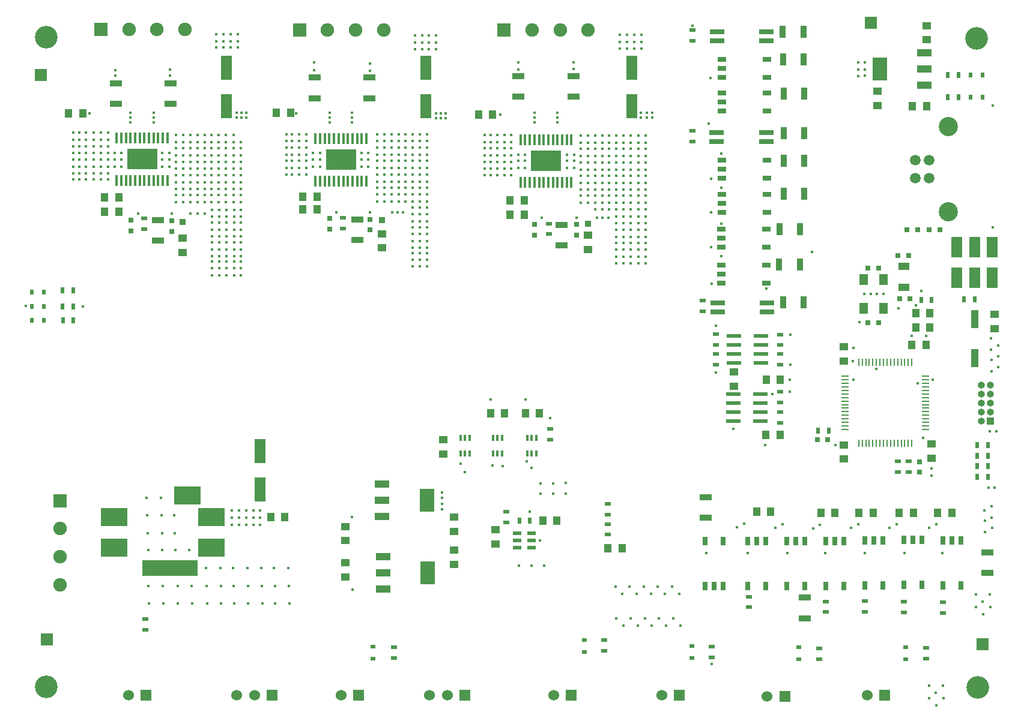
<source format=gts>
G04 #@! TF.FileFunction,Soldermask,Top*
%FSLAX46Y46*%
G04 Gerber Fmt 4.6, Leading zero omitted, Abs format (unit mm)*
G04 Created by KiCad (PCBNEW 4.0.1-stable) date 2018/04/26 10:10:29*
%MOMM*%
G01*
G04 APERTURE LIST*
%ADD10C,0.150000*%
%ADD11C,0.400000*%
%ADD12C,1.900000*%
%ADD13R,1.900000X1.900000*%
%ADD14R,2.000000X3.200000*%
%ADD15R,2.000000X1.000000*%
%ADD16R,1.200000X0.800000*%
%ADD17R,1.200000X1.500000*%
%ADD18R,0.250000X1.000000*%
%ADD19R,1.000000X0.250000*%
%ADD20C,1.520000*%
%ADD21C,2.700000*%
%ADD22R,0.900000X1.700000*%
%ADD23R,1.600000X3.500000*%
%ADD24R,3.800000X2.500000*%
%ADD25R,7.900000X2.300000*%
%ADD26R,1.000000X1.250000*%
%ADD27R,0.750000X0.800000*%
%ADD28R,1.250000X1.000000*%
%ADD29R,0.850000X0.850000*%
%ADD30R,0.800000X0.750000*%
%ADD31R,0.600000X0.800000*%
%ADD32R,0.800000X0.600000*%
%ADD33R,0.500000X0.900000*%
%ADD34R,0.900000X0.500000*%
%ADD35R,1.700000X0.900000*%
%ADD36R,1.000000X2.500000*%
%ADD37R,1.500000X3.000000*%
%ADD38R,2.000000X0.530000*%
%ADD39R,1.200000X0.500000*%
%ADD40R,1.600000X1.000000*%
%ADD41R,0.800000X1.200000*%
%ADD42R,0.450000X1.650000*%
%ADD43R,4.320000X3.000000*%
%ADD44C,3.200000*%
%ADD45R,1.700000X1.700000*%
%ADD46R,1.000000X1.000000*%
%ADD47O,1.000000X1.000000*%
%ADD48C,1.524000*%
%ADD49R,1.524000X1.524000*%
%ADD50R,2.000000X0.800000*%
G04 APERTURE END LIST*
D10*
D11*
X145390000Y-85920000D03*
X146390000Y-85920000D03*
X145390000Y-86920000D03*
X146390000Y-86920000D03*
X145390000Y-85020000D03*
X146390000Y-85020000D03*
X197540000Y-82420000D03*
X197540000Y-83420000D03*
X197540000Y-85320000D03*
X197540000Y-84320000D03*
X197540000Y-88120000D03*
X197540000Y-87220000D03*
X197540000Y-86220000D03*
X198440000Y-86220000D03*
X198440000Y-87220000D03*
X198440000Y-88120000D03*
X198440000Y-84320000D03*
X198440000Y-85320000D03*
X198440000Y-83420000D03*
X198440000Y-82420000D03*
X169640000Y-82320000D03*
X169640000Y-83320000D03*
X169640000Y-85220000D03*
X169640000Y-84220000D03*
X169640000Y-88020000D03*
X169640000Y-87120000D03*
X169640000Y-86120000D03*
X210190000Y-85220000D03*
X209190000Y-85220000D03*
X210190000Y-87120000D03*
X209190000Y-87120000D03*
X210190000Y-86120000D03*
X209190000Y-86120000D03*
X202290000Y-86120000D03*
X203290000Y-86120000D03*
X202290000Y-87120000D03*
X203290000Y-87120000D03*
X202290000Y-85220000D03*
X203290000Y-85220000D03*
X181190000Y-85020000D03*
X180190000Y-85020000D03*
X181190000Y-86920000D03*
X180190000Y-86920000D03*
X181190000Y-85920000D03*
X180190000Y-85920000D03*
X153090000Y-85020000D03*
X152090000Y-85020000D03*
X153090000Y-86920000D03*
X152090000Y-86920000D03*
X153090000Y-85920000D03*
X152090000Y-85920000D03*
X173390000Y-85920000D03*
X174390000Y-85920000D03*
X173390000Y-86920000D03*
X174390000Y-86920000D03*
X173390000Y-85020000D03*
X174390000Y-85020000D03*
X144490000Y-88720000D03*
X143490000Y-88720000D03*
X142490000Y-88720000D03*
X140390000Y-88720000D03*
X141390000Y-88720000D03*
X139590000Y-88720000D03*
X139590000Y-82120000D03*
X139590000Y-83120000D03*
X139590000Y-85020000D03*
X139590000Y-84020000D03*
X139590000Y-87820000D03*
X139590000Y-86920000D03*
X139590000Y-85920000D03*
X140390000Y-85920000D03*
X141390000Y-85920000D03*
X140390000Y-86920000D03*
X141390000Y-86920000D03*
X141390000Y-87820000D03*
X140390000Y-87820000D03*
X140390000Y-84020000D03*
X141390000Y-84020000D03*
X140390000Y-85020000D03*
X141390000Y-85020000D03*
X141390000Y-83120000D03*
X140390000Y-83120000D03*
X141390000Y-82120000D03*
X140390000Y-82120000D03*
X210100000Y-73100000D03*
X210100000Y-72200000D03*
X202300000Y-72200000D03*
X202300000Y-73200000D03*
X181400000Y-73400000D03*
X181400000Y-72400000D03*
X173500000Y-72200000D03*
X173500000Y-73300000D03*
X153200000Y-74100000D03*
X153200000Y-73200000D03*
X145500000Y-73300000D03*
X145500000Y-74100000D03*
X159740000Y-70120000D03*
X160740000Y-70120000D03*
X161740000Y-70120000D03*
X162740000Y-70120000D03*
X162740000Y-69220000D03*
X161740000Y-69220000D03*
X160740000Y-69220000D03*
X159740000Y-69220000D03*
X162740000Y-68220000D03*
X161740000Y-68220000D03*
X160740000Y-68220000D03*
X159740000Y-68220000D03*
X187740000Y-68420000D03*
X188740000Y-68420000D03*
X189740000Y-68420000D03*
X190740000Y-68420000D03*
X187740000Y-69420000D03*
X188740000Y-69420000D03*
X189740000Y-69420000D03*
X190740000Y-69420000D03*
X190740000Y-70320000D03*
X189740000Y-70320000D03*
X188740000Y-70320000D03*
X187740000Y-70320000D03*
X216640000Y-70220000D03*
X217640000Y-70220000D03*
X218640000Y-70220000D03*
X219640000Y-70220000D03*
X219640000Y-69320000D03*
X218640000Y-69320000D03*
X217640000Y-69320000D03*
X216640000Y-69320000D03*
X219640000Y-68320000D03*
X218640000Y-68320000D03*
X217640000Y-68320000D03*
X216640000Y-68320000D03*
X182440000Y-85220000D03*
X240600000Y-117000000D03*
X240600000Y-118700000D03*
X234150000Y-137270000D03*
X233150000Y-137820000D03*
X238550000Y-137920000D03*
X239550000Y-137370000D03*
X244850000Y-137470000D03*
X243850000Y-138020000D03*
X249250000Y-137920000D03*
X250250000Y-137370000D03*
X254650000Y-137920000D03*
X255650000Y-137370000D03*
X261250000Y-137370000D03*
X260250000Y-137920000D03*
X268100000Y-136920000D03*
X269100000Y-137920000D03*
X268100000Y-138470000D03*
X268050000Y-135420000D03*
X269050000Y-136420000D03*
X269050000Y-134870000D03*
X259400000Y-125200000D03*
X194800000Y-130000000D03*
X237100000Y-126200000D03*
X247000000Y-126200000D03*
X249500000Y-114400000D03*
X249550000Y-116970000D03*
X257800000Y-110820000D03*
X260750000Y-116970000D03*
X252800000Y-115500000D03*
X249550000Y-112470000D03*
X250450000Y-108870000D03*
X259800000Y-110800000D03*
X258600000Y-117500000D03*
X259100000Y-104420000D03*
X255900000Y-106900000D03*
X258400000Y-106500000D03*
X252850000Y-104870000D03*
X253800000Y-104900000D03*
X268600000Y-132200000D03*
X269500000Y-132200000D03*
X269700000Y-124300000D03*
X268950000Y-111170000D03*
X269950000Y-112170000D03*
X269950000Y-113720000D03*
X268950000Y-112720000D03*
X269000000Y-115770000D03*
X270000000Y-115220000D03*
X269000000Y-114220000D03*
X269200000Y-95520000D03*
X252700000Y-72220000D03*
X253700000Y-72220000D03*
X253700000Y-74100000D03*
X252700000Y-73220000D03*
X253700000Y-73220000D03*
X252700000Y-74120000D03*
X250200000Y-74120000D03*
X240700000Y-110600000D03*
X240700000Y-114900000D03*
X232600000Y-123900000D03*
X230200000Y-116000000D03*
X230200000Y-109400000D03*
X194200000Y-128800000D03*
X206800000Y-122400000D03*
X205400000Y-139700000D03*
X198400000Y-119800000D03*
X203300000Y-119800000D03*
X226900000Y-67000000D03*
X229200000Y-80800000D03*
X229400000Y-74400000D03*
X229500000Y-88600000D03*
X229500000Y-93400000D03*
X229600000Y-103400000D03*
X229500000Y-98300000D03*
X203500000Y-128500000D03*
X198700000Y-129100000D03*
X191600000Y-134500000D03*
X191600000Y-135300000D03*
X191600000Y-133700000D03*
X171000000Y-79400000D03*
X141900000Y-79400000D03*
X147600000Y-79300000D03*
X189440000Y-91820000D03*
X188440000Y-91820000D03*
X187440000Y-91820000D03*
X187440000Y-92720000D03*
X188440000Y-92720000D03*
X189440000Y-92720000D03*
X189440000Y-94620000D03*
X188440000Y-94620000D03*
X187440000Y-94620000D03*
X189440000Y-93620000D03*
X188440000Y-93620000D03*
X187440000Y-93620000D03*
X187440000Y-96420000D03*
X188440000Y-96420000D03*
X189440000Y-96420000D03*
X187440000Y-97420000D03*
X188440000Y-97420000D03*
X189440000Y-97420000D03*
X189440000Y-95520000D03*
X188440000Y-95520000D03*
X187440000Y-95520000D03*
X187440000Y-98320000D03*
X188440000Y-98320000D03*
X189440000Y-98320000D03*
X187440000Y-99120000D03*
X188440000Y-99120000D03*
X189440000Y-99120000D03*
X189440000Y-101020000D03*
X188440000Y-101020000D03*
X187440000Y-101020000D03*
X189440000Y-100020000D03*
X188440000Y-100020000D03*
X187440000Y-100020000D03*
X162240000Y-100320000D03*
X163240000Y-100320000D03*
X163240000Y-102220000D03*
X162240000Y-102220000D03*
X163240000Y-101220000D03*
X162240000Y-101220000D03*
X159140000Y-101220000D03*
X160140000Y-101220000D03*
X161140000Y-101220000D03*
X159140000Y-102220000D03*
X160140000Y-102220000D03*
X161140000Y-102220000D03*
X161140000Y-100320000D03*
X160140000Y-100320000D03*
X159140000Y-100320000D03*
X162240000Y-99520000D03*
X163240000Y-99520000D03*
X161140000Y-99520000D03*
X160140000Y-99520000D03*
X159140000Y-99520000D03*
X159140000Y-96720000D03*
X160140000Y-96720000D03*
X161140000Y-96720000D03*
X161140000Y-98620000D03*
X160140000Y-98620000D03*
X159140000Y-98620000D03*
X161140000Y-97620000D03*
X160140000Y-97620000D03*
X159140000Y-97620000D03*
X162240000Y-97620000D03*
X163240000Y-97620000D03*
X162240000Y-98620000D03*
X163240000Y-98620000D03*
X163240000Y-96720000D03*
X162240000Y-96720000D03*
X162240000Y-93920000D03*
X163240000Y-93920000D03*
X163240000Y-95820000D03*
X162240000Y-95820000D03*
X163240000Y-94820000D03*
X162240000Y-94820000D03*
X159140000Y-94820000D03*
X160140000Y-94820000D03*
X161140000Y-94820000D03*
X159140000Y-95820000D03*
X160140000Y-95820000D03*
X161140000Y-95820000D03*
X161140000Y-93920000D03*
X160140000Y-93920000D03*
X159140000Y-93920000D03*
X216140000Y-93920000D03*
X217140000Y-93920000D03*
X218140000Y-93920000D03*
X216140000Y-94920000D03*
X217140000Y-94920000D03*
X218140000Y-94920000D03*
X218140000Y-96820000D03*
X217140000Y-96820000D03*
X216140000Y-96820000D03*
X218140000Y-95820000D03*
X217140000Y-95820000D03*
X216140000Y-95820000D03*
X219240000Y-95820000D03*
X220240000Y-95820000D03*
X219240000Y-96820000D03*
X220240000Y-96820000D03*
X220240000Y-94920000D03*
X219240000Y-94920000D03*
X220240000Y-93920000D03*
X219240000Y-93920000D03*
X219240000Y-97720000D03*
X220240000Y-97720000D03*
X220240000Y-99620000D03*
X219240000Y-99620000D03*
X220240000Y-98620000D03*
X219240000Y-98620000D03*
X216140000Y-98620000D03*
X217140000Y-98620000D03*
X218140000Y-98620000D03*
X216140000Y-99620000D03*
X217140000Y-99620000D03*
X218140000Y-99620000D03*
X218140000Y-97720000D03*
X217140000Y-97720000D03*
X216140000Y-97720000D03*
X216140000Y-100520000D03*
X217140000Y-100520000D03*
X218140000Y-100520000D03*
X220240000Y-100520000D03*
X219240000Y-100520000D03*
X162600000Y-80000000D03*
X162600000Y-79300000D03*
X163300000Y-79300000D03*
X163300000Y-80000000D03*
X164000000Y-80000000D03*
X164000000Y-79300000D03*
X220400000Y-80000000D03*
X220400000Y-79300000D03*
X192100000Y-79400000D03*
X192100000Y-80100000D03*
X191400000Y-80100000D03*
X191400000Y-79400000D03*
X207850000Y-80000000D03*
X207850000Y-79300000D03*
X207850000Y-80700000D03*
X221200000Y-80000000D03*
X221200000Y-79300000D03*
X190700000Y-79400000D03*
X190700000Y-80100000D03*
X204600000Y-80700000D03*
X204600000Y-79300000D03*
X204600000Y-80000000D03*
X219600000Y-80000000D03*
X219600000Y-79300000D03*
X178900000Y-80700000D03*
X178900000Y-79300000D03*
X178900000Y-80000000D03*
X175700000Y-80000000D03*
X175700000Y-79300000D03*
X175700000Y-80700000D03*
X150900000Y-80000000D03*
X150900000Y-79300000D03*
X150900000Y-80700000D03*
X147600000Y-80700000D03*
X199800000Y-79600000D03*
X147600000Y-80000000D03*
X148700000Y-93500000D03*
X153500000Y-93500000D03*
X156100000Y-93500000D03*
X158100000Y-93500000D03*
X157100000Y-93500000D03*
X215000000Y-94100000D03*
X214200000Y-94100000D03*
X213400000Y-94100000D03*
X210500000Y-94100000D03*
X205600000Y-94100000D03*
X176700000Y-93400000D03*
X181400000Y-93400000D03*
X184500000Y-93400000D03*
X185300000Y-93400000D03*
X186100000Y-93400000D03*
X142490000Y-82120000D03*
X143490000Y-82120000D03*
X144490000Y-82120000D03*
X142490000Y-83120000D03*
X143490000Y-83120000D03*
X144490000Y-83120000D03*
X144490000Y-85020000D03*
X143490000Y-85020000D03*
X142490000Y-85020000D03*
X144490000Y-84020000D03*
X143490000Y-84020000D03*
X142490000Y-84020000D03*
X142490000Y-87820000D03*
X143490000Y-87820000D03*
X144490000Y-87820000D03*
X144490000Y-86920000D03*
X143490000Y-86920000D03*
X142490000Y-86920000D03*
X144490000Y-85920000D03*
X143490000Y-85920000D03*
X142490000Y-85920000D03*
X154090000Y-90920000D03*
X155090000Y-90920000D03*
X156090000Y-90920000D03*
X157090000Y-90920000D03*
X154090000Y-91920000D03*
X155090000Y-91920000D03*
X156090000Y-91920000D03*
X157090000Y-91920000D03*
X157090000Y-90020000D03*
X156090000Y-90020000D03*
X155090000Y-90020000D03*
X154090000Y-90020000D03*
X158090000Y-90020000D03*
X159090000Y-90020000D03*
X160090000Y-90020000D03*
X161090000Y-90020000D03*
X161090000Y-91920000D03*
X160090000Y-91920000D03*
X159090000Y-91920000D03*
X158090000Y-91920000D03*
X161090000Y-90920000D03*
X160090000Y-90920000D03*
X159090000Y-90920000D03*
X158090000Y-90920000D03*
X162190000Y-90920000D03*
X163190000Y-90920000D03*
X162190000Y-91920000D03*
X163190000Y-91920000D03*
X163190000Y-90020000D03*
X162190000Y-90020000D03*
X162190000Y-86220000D03*
X163190000Y-86220000D03*
X162190000Y-87220000D03*
X163190000Y-87220000D03*
X163190000Y-89120000D03*
X162190000Y-89120000D03*
X163190000Y-88120000D03*
X162190000Y-88120000D03*
X162190000Y-84320000D03*
X163190000Y-84320000D03*
X162190000Y-85320000D03*
X163190000Y-85320000D03*
X163190000Y-83420000D03*
X162190000Y-83420000D03*
X162190000Y-82420000D03*
X158090000Y-82420000D03*
X159090000Y-82420000D03*
X160090000Y-82420000D03*
X161090000Y-82420000D03*
X158090000Y-83420000D03*
X159090000Y-83420000D03*
X160090000Y-83420000D03*
X161090000Y-83420000D03*
X161090000Y-85320000D03*
X160090000Y-85320000D03*
X159090000Y-85320000D03*
X158090000Y-85320000D03*
X161090000Y-84320000D03*
X160090000Y-84320000D03*
X159090000Y-84320000D03*
X158090000Y-84320000D03*
X158090000Y-88120000D03*
X159090000Y-88120000D03*
X160090000Y-88120000D03*
X161090000Y-88120000D03*
X158090000Y-89120000D03*
X159090000Y-89120000D03*
X160090000Y-89120000D03*
X161090000Y-89120000D03*
X161090000Y-87220000D03*
X160090000Y-87220000D03*
X159090000Y-87220000D03*
X158090000Y-87220000D03*
X161090000Y-86220000D03*
X160090000Y-86220000D03*
X159090000Y-86220000D03*
X158090000Y-86220000D03*
X154090000Y-86220000D03*
X155090000Y-86220000D03*
X156090000Y-86220000D03*
X157090000Y-86220000D03*
X154090000Y-87220000D03*
X155090000Y-87220000D03*
X156090000Y-87220000D03*
X157090000Y-87220000D03*
X157090000Y-89120000D03*
X156090000Y-89120000D03*
X155090000Y-89120000D03*
X154090000Y-89120000D03*
X157090000Y-88120000D03*
X156090000Y-88120000D03*
X155090000Y-88120000D03*
X154090000Y-88120000D03*
X154090000Y-84320000D03*
X155090000Y-84320000D03*
X156090000Y-84320000D03*
X157090000Y-84320000D03*
X154090000Y-85320000D03*
X155090000Y-85320000D03*
X156090000Y-85320000D03*
X157090000Y-85320000D03*
X157090000Y-83420000D03*
X156090000Y-83420000D03*
X155090000Y-83420000D03*
X154090000Y-83420000D03*
X157090000Y-82420000D03*
X156090000Y-82420000D03*
X155090000Y-82420000D03*
X154090000Y-82420000D03*
D12*
X155340000Y-67530000D03*
X151380000Y-67530000D03*
D13*
X143460000Y-67530000D03*
D12*
X147420000Y-67530000D03*
D11*
X170440000Y-86120000D03*
X171440000Y-86120000D03*
X172440000Y-86120000D03*
X170440000Y-87120000D03*
X171440000Y-87120000D03*
X172440000Y-87120000D03*
X172440000Y-88020000D03*
X171440000Y-88020000D03*
X170440000Y-88020000D03*
X170440000Y-84220000D03*
X171440000Y-84220000D03*
X172440000Y-84220000D03*
X170440000Y-85220000D03*
X171440000Y-85220000D03*
X172440000Y-85220000D03*
X172440000Y-83320000D03*
X171440000Y-83320000D03*
X170440000Y-83320000D03*
X172440000Y-82320000D03*
X171440000Y-82320000D03*
X170440000Y-82320000D03*
X182440000Y-82320000D03*
X183440000Y-82320000D03*
X184440000Y-82320000D03*
X185440000Y-82320000D03*
X182440000Y-83320000D03*
X183440000Y-83320000D03*
X184440000Y-83320000D03*
X185440000Y-83320000D03*
X185440000Y-85220000D03*
X184440000Y-85220000D03*
X183440000Y-85220000D03*
X185440000Y-84220000D03*
X184440000Y-84220000D03*
X183440000Y-84220000D03*
X182440000Y-84220000D03*
X182440000Y-88020000D03*
X183440000Y-88020000D03*
X184440000Y-88020000D03*
X185440000Y-88020000D03*
X182440000Y-89020000D03*
X183440000Y-89020000D03*
X184440000Y-89020000D03*
X185440000Y-89020000D03*
X185440000Y-87120000D03*
X184440000Y-87120000D03*
X183440000Y-87120000D03*
X182440000Y-87120000D03*
X185440000Y-86120000D03*
X184440000Y-86120000D03*
X183440000Y-86120000D03*
X182440000Y-86120000D03*
X186440000Y-86120000D03*
X187440000Y-86120000D03*
X188440000Y-86120000D03*
X189440000Y-86120000D03*
X186440000Y-87120000D03*
X187440000Y-87120000D03*
X188440000Y-87120000D03*
X189440000Y-87120000D03*
X189440000Y-89020000D03*
X188440000Y-89020000D03*
X187440000Y-89020000D03*
X186440000Y-89020000D03*
X189440000Y-88020000D03*
X188440000Y-88020000D03*
X187440000Y-88020000D03*
X186440000Y-88020000D03*
X186440000Y-84220000D03*
X187440000Y-84220000D03*
X188440000Y-84220000D03*
X189440000Y-84220000D03*
X186440000Y-85220000D03*
X187440000Y-85220000D03*
X188440000Y-85220000D03*
X189440000Y-85220000D03*
X189440000Y-83320000D03*
X188440000Y-83320000D03*
X187440000Y-83320000D03*
X186440000Y-83320000D03*
X189440000Y-82320000D03*
X188440000Y-82320000D03*
X187440000Y-82320000D03*
X186440000Y-82320000D03*
X163240000Y-93020000D03*
X162240000Y-93020000D03*
X186440000Y-90820000D03*
X187440000Y-90820000D03*
X188440000Y-90820000D03*
X189440000Y-90820000D03*
X186440000Y-91820000D03*
X159140000Y-93020000D03*
X160140000Y-93020000D03*
X161140000Y-93020000D03*
X189440000Y-89920000D03*
X188440000Y-89920000D03*
X187440000Y-89920000D03*
X186440000Y-89920000D03*
X182440000Y-89920000D03*
X183440000Y-89920000D03*
X184440000Y-89920000D03*
X185440000Y-89920000D03*
X185440000Y-91820000D03*
X184440000Y-91820000D03*
X183440000Y-91820000D03*
X182440000Y-91820000D03*
X185440000Y-90820000D03*
X184440000Y-90820000D03*
X183440000Y-90820000D03*
X182440000Y-90820000D03*
X199340000Y-82420000D03*
X200340000Y-82420000D03*
X201340000Y-82420000D03*
X199340000Y-83420000D03*
X200340000Y-83420000D03*
X201340000Y-83420000D03*
X201340000Y-85320000D03*
X200340000Y-85320000D03*
X199340000Y-85320000D03*
X201340000Y-84320000D03*
X200340000Y-84320000D03*
X199340000Y-84320000D03*
X199340000Y-88120000D03*
X200340000Y-88120000D03*
X201340000Y-88120000D03*
X201340000Y-87220000D03*
X200340000Y-87220000D03*
X199340000Y-87220000D03*
X201340000Y-86220000D03*
X200340000Y-86220000D03*
X199340000Y-86220000D03*
X219240000Y-92920000D03*
X220240000Y-92920000D03*
X218140000Y-92920000D03*
X217140000Y-92920000D03*
X216140000Y-92920000D03*
X215140000Y-92920000D03*
X213140000Y-92920000D03*
X214140000Y-92920000D03*
X211140000Y-91020000D03*
X212140000Y-91020000D03*
X213140000Y-91020000D03*
X214140000Y-91020000D03*
X211140000Y-92020000D03*
X212140000Y-92020000D03*
X213140000Y-92020000D03*
X214140000Y-92020000D03*
X214140000Y-90120000D03*
X213140000Y-90120000D03*
X212140000Y-90120000D03*
X211140000Y-90120000D03*
X215140000Y-90120000D03*
X216140000Y-90120000D03*
X217140000Y-90120000D03*
X218140000Y-90120000D03*
X218140000Y-92020000D03*
X217140000Y-92020000D03*
X216140000Y-92020000D03*
X215140000Y-92020000D03*
X218140000Y-91020000D03*
X217140000Y-91020000D03*
X216140000Y-91020000D03*
X215140000Y-91020000D03*
X219240000Y-91020000D03*
X220240000Y-91020000D03*
X219240000Y-92020000D03*
X220240000Y-92020000D03*
X220240000Y-90120000D03*
X219240000Y-90120000D03*
X219240000Y-86320000D03*
X220240000Y-86320000D03*
X219240000Y-87320000D03*
X220240000Y-87320000D03*
X220240000Y-89220000D03*
X219240000Y-89220000D03*
X220240000Y-88220000D03*
X219240000Y-88220000D03*
X219240000Y-84420000D03*
X220240000Y-84420000D03*
X219240000Y-85420000D03*
X220240000Y-85420000D03*
X220240000Y-83520000D03*
X219240000Y-83520000D03*
X220240000Y-82520000D03*
X219240000Y-82520000D03*
X215140000Y-82520000D03*
X216140000Y-82520000D03*
X217140000Y-82520000D03*
X218140000Y-82520000D03*
X215140000Y-83520000D03*
X216140000Y-83520000D03*
X217140000Y-83520000D03*
X218140000Y-83520000D03*
X218140000Y-85420000D03*
X217140000Y-85420000D03*
X216140000Y-85420000D03*
X215140000Y-85420000D03*
X218140000Y-84420000D03*
X217140000Y-84420000D03*
X216140000Y-84420000D03*
X215140000Y-84420000D03*
X215140000Y-88220000D03*
X216140000Y-88220000D03*
X217140000Y-88220000D03*
X218140000Y-88220000D03*
X215140000Y-89220000D03*
X216140000Y-89220000D03*
X217140000Y-89220000D03*
X218140000Y-89220000D03*
X218140000Y-87320000D03*
X217140000Y-87320000D03*
X216140000Y-87320000D03*
X215140000Y-87320000D03*
X218140000Y-86320000D03*
X217140000Y-86320000D03*
X216140000Y-86320000D03*
X215140000Y-86320000D03*
X211140000Y-86320000D03*
X212140000Y-86320000D03*
X213140000Y-86320000D03*
X214140000Y-86320000D03*
X211140000Y-87320000D03*
X212140000Y-87320000D03*
X213140000Y-87320000D03*
X214140000Y-87320000D03*
X214140000Y-89220000D03*
X213140000Y-89220000D03*
X212140000Y-89220000D03*
X211140000Y-89220000D03*
X214140000Y-88220000D03*
X213140000Y-88220000D03*
X212140000Y-88220000D03*
X211140000Y-88220000D03*
X211140000Y-84420000D03*
X212140000Y-84420000D03*
X213140000Y-84420000D03*
X214140000Y-84420000D03*
X211140000Y-85420000D03*
X212140000Y-85420000D03*
X213140000Y-85420000D03*
X214140000Y-85420000D03*
D14*
X253250000Y-73150000D03*
D15*
X259550000Y-73150000D03*
X259550000Y-70850000D03*
X259550000Y-75450000D03*
D16*
X237320000Y-103345000D03*
X237320000Y-100805000D03*
X230970000Y-102075000D03*
X230970000Y-100805000D03*
X230970000Y-103345000D03*
D17*
X253775000Y-106925000D03*
X253775000Y-102825000D03*
X250975000Y-102825000D03*
X250975000Y-106925000D03*
D18*
X257800000Y-114550000D03*
X257300000Y-114550000D03*
X256800000Y-114550000D03*
X256300000Y-114550000D03*
X255800000Y-114550000D03*
X255300000Y-114550000D03*
X254800000Y-114550000D03*
X254300000Y-114550000D03*
X253800000Y-114550000D03*
X253300000Y-114550000D03*
X252800000Y-114550000D03*
X252300000Y-114550000D03*
X251800000Y-114550000D03*
X251300000Y-114550000D03*
X250800000Y-114550000D03*
X250300000Y-114550000D03*
D19*
X248350000Y-116500000D03*
X248350000Y-117000000D03*
X248350000Y-117500000D03*
X248350000Y-118000000D03*
X248350000Y-118500000D03*
X248350000Y-119000000D03*
X248350000Y-119500000D03*
X248350000Y-120000000D03*
X248350000Y-120500000D03*
X248350000Y-121000000D03*
X248350000Y-121500000D03*
X248350000Y-122000000D03*
X248350000Y-122500000D03*
X248350000Y-123000000D03*
X248350000Y-123500000D03*
X248350000Y-124000000D03*
D18*
X250300000Y-125950000D03*
X250800000Y-125950000D03*
X251300000Y-125950000D03*
X251800000Y-125950000D03*
X252300000Y-125950000D03*
X252800000Y-125950000D03*
X253300000Y-125950000D03*
X253800000Y-125950000D03*
X254300000Y-125950000D03*
X254800000Y-125950000D03*
X255300000Y-125950000D03*
X255800000Y-125950000D03*
X256300000Y-125950000D03*
X256800000Y-125950000D03*
X257300000Y-125950000D03*
X257800000Y-125950000D03*
D19*
X259750000Y-124000000D03*
X259750000Y-123500000D03*
X259750000Y-123000000D03*
X259750000Y-122500000D03*
X259750000Y-122000000D03*
X259750000Y-121500000D03*
X259750000Y-121000000D03*
X259750000Y-120500000D03*
X259750000Y-120000000D03*
X259750000Y-119500000D03*
X259750000Y-119000000D03*
X259750000Y-118500000D03*
X259750000Y-118000000D03*
X259750000Y-117500000D03*
X259750000Y-117000000D03*
X259750000Y-116500000D03*
D20*
X258250000Y-88540000D03*
X258250000Y-86000000D03*
X260250000Y-86000000D03*
X260250000Y-88540000D03*
D21*
X262950000Y-93270000D03*
X262950000Y-81270000D03*
D11*
X260564000Y-129538000D03*
X260564000Y-130538000D03*
X205994000Y-143256000D03*
X204216000Y-143256000D03*
X202438000Y-143256000D03*
X205486000Y-133096000D03*
X205470000Y-131662000D03*
X207270000Y-131662000D03*
X209042000Y-131572000D03*
X207264000Y-133096000D03*
X209042000Y-133096000D03*
X238100000Y-119000000D03*
X245618000Y-141478000D03*
X234696000Y-141478000D03*
X240284000Y-141478000D03*
X251206000Y-141478000D03*
X256794000Y-141478000D03*
X228800000Y-141450000D03*
X268800000Y-124300000D03*
X262128000Y-141478000D03*
D22*
X239600000Y-67875000D03*
X242500000Y-67875000D03*
D16*
X237330000Y-79075000D03*
X237330000Y-76535000D03*
X230980000Y-77805000D03*
X230980000Y-76535000D03*
X230980000Y-79075000D03*
D14*
X189430000Y-134030000D03*
D15*
X183130000Y-134030000D03*
X183130000Y-136330000D03*
X183130000Y-131730000D03*
D11*
X140970000Y-106680000D03*
D23*
X165950000Y-132500000D03*
X165950000Y-127100000D03*
D11*
X161950000Y-135450000D03*
X162950000Y-135450000D03*
X161950000Y-136450000D03*
X162950000Y-136450000D03*
X161950000Y-137450000D03*
X162950000Y-137450000D03*
X154350000Y-148550000D03*
X156350000Y-148550000D03*
X156300000Y-146150000D03*
X154300000Y-146150000D03*
X150200000Y-146150000D03*
X152200000Y-146150000D03*
X152250000Y-148550000D03*
X150250000Y-148550000D03*
X168050000Y-148550000D03*
X170050000Y-148550000D03*
X170000000Y-146150000D03*
X168000000Y-146150000D03*
X169900000Y-143600000D03*
X167900000Y-143600000D03*
X166100000Y-143600000D03*
X166200000Y-146150000D03*
X166250000Y-148550000D03*
X158450000Y-148550000D03*
X160450000Y-148550000D03*
X160400000Y-146150000D03*
X158400000Y-146150000D03*
X160300000Y-143600000D03*
X158300000Y-143600000D03*
X162100000Y-143600000D03*
X164100000Y-143600000D03*
X162200000Y-146150000D03*
X164200000Y-146150000D03*
X164250000Y-148550000D03*
X162250000Y-148550000D03*
X153950000Y-141050000D03*
X155950000Y-141050000D03*
X153900000Y-138650000D03*
X153800000Y-136100000D03*
X150000000Y-136100000D03*
X152000000Y-136100000D03*
X151950000Y-133700000D03*
X149950000Y-133700000D03*
X150100000Y-138650000D03*
X152100000Y-138650000D03*
X152150000Y-141050000D03*
X150150000Y-141050000D03*
D24*
X155650000Y-133300000D03*
X159050000Y-136400000D03*
X159050000Y-140700000D03*
D25*
X153200000Y-143600000D03*
D24*
X145350000Y-136400000D03*
X145350000Y-140700000D03*
D11*
X230950000Y-94939000D03*
X200100000Y-129200000D03*
D23*
X218300000Y-78400000D03*
X218300000Y-73000000D03*
D11*
X252000000Y-104900000D03*
X251050000Y-104870000D03*
X237300000Y-104083000D03*
X266850000Y-149100000D03*
X268850000Y-149100000D03*
X267850000Y-150100000D03*
X267800000Y-148300000D03*
X268800000Y-147300000D03*
X266800000Y-147300000D03*
X260200000Y-160150000D03*
X262200000Y-160150000D03*
X261200000Y-161150000D03*
X261250000Y-162950000D03*
X262250000Y-161950000D03*
X260250000Y-161950000D03*
X225000000Y-147200000D03*
X223000000Y-147200000D03*
X221000000Y-147200000D03*
X219000000Y-147200000D03*
X217000000Y-147200000D03*
X224000000Y-146200000D03*
X222000000Y-146200000D03*
X220000000Y-146200000D03*
X218000000Y-146200000D03*
X216000000Y-146200000D03*
X204200000Y-129400000D03*
X191600000Y-132900000D03*
X203962000Y-135636000D03*
X156200000Y-143600000D03*
X154200000Y-143600000D03*
X152200000Y-143600000D03*
X150200000Y-143600000D03*
X230950000Y-85033000D03*
X230950000Y-89859000D03*
X230950000Y-99575000D03*
X216150000Y-150700000D03*
X218150000Y-150700000D03*
X220150000Y-150700000D03*
X222150000Y-150700000D03*
X224150000Y-150700000D03*
X217150000Y-151700000D03*
X219150000Y-151700000D03*
X221150000Y-151700000D03*
X223150000Y-151700000D03*
X225150000Y-151700000D03*
X251200000Y-73220000D03*
X250200000Y-73220000D03*
X251200000Y-74100000D03*
X251200000Y-72220000D03*
X250200000Y-72220000D03*
X269200000Y-78320000D03*
D12*
X137700000Y-145930000D03*
X137700000Y-141970000D03*
D13*
X137700000Y-134050000D03*
D12*
X137700000Y-138010000D03*
D11*
X165950000Y-137450000D03*
X164950000Y-137450000D03*
X163950000Y-137450000D03*
X132890000Y-106570000D03*
X165950000Y-136450000D03*
X164950000Y-136450000D03*
X163950000Y-136450000D03*
X178950000Y-146600000D03*
X178850000Y-136350000D03*
X229600000Y-157150000D03*
X165950000Y-135450000D03*
X164950000Y-135450000D03*
X163950000Y-135450000D03*
X214140000Y-83520000D03*
X213140000Y-83520000D03*
X212140000Y-83520000D03*
X211140000Y-83520000D03*
X214140000Y-82520000D03*
X213140000Y-82520000D03*
X212140000Y-82520000D03*
X211140000Y-82520000D03*
X243750000Y-98975000D03*
X207740000Y-87170000D03*
X206740000Y-87170000D03*
X205740000Y-87170000D03*
X204740000Y-87170000D03*
X178940000Y-86970000D03*
X177940000Y-86970000D03*
X176940000Y-86970000D03*
X175940000Y-86970000D03*
X150790000Y-86920000D03*
X149790000Y-86920000D03*
X148790000Y-86920000D03*
X147790000Y-86920000D03*
X207740000Y-86170000D03*
X206740000Y-86170000D03*
X205740000Y-86170000D03*
X204740000Y-86170000D03*
X178940000Y-85970000D03*
X177940000Y-85970000D03*
X176940000Y-85970000D03*
X175940000Y-85970000D03*
X150790000Y-85920000D03*
X149790000Y-85920000D03*
X148790000Y-85920000D03*
X147790000Y-85920000D03*
X207740000Y-85170000D03*
X206740000Y-85170000D03*
X205740000Y-85170000D03*
X204740000Y-85170000D03*
X178940000Y-84970000D03*
X177940000Y-84970000D03*
X176940000Y-84970000D03*
X175940000Y-84970000D03*
X150790000Y-84920000D03*
X149790000Y-84920000D03*
X148790000Y-84920000D03*
D26*
X235900000Y-135650000D03*
X237900000Y-135650000D03*
D27*
X147700000Y-95950000D03*
X147700000Y-94450000D03*
D26*
X138900000Y-79400000D03*
X140900000Y-79400000D03*
D23*
X161200000Y-78400000D03*
X161200000Y-73000000D03*
D26*
X145978000Y-93288000D03*
X143978000Y-93288000D03*
D27*
X153500000Y-96050000D03*
X153500000Y-94550000D03*
D26*
X143978000Y-91256000D03*
X145978000Y-91256000D03*
D28*
X155000000Y-97000000D03*
X155000000Y-99000000D03*
D29*
X155000000Y-94700000D03*
D28*
X177950000Y-144850000D03*
X177950000Y-142850000D03*
X259900000Y-69000000D03*
X259900000Y-67000000D03*
X193240000Y-138390000D03*
X193240000Y-136390000D03*
X252950000Y-76300000D03*
X252950000Y-78300000D03*
X177900000Y-137700000D03*
X177900000Y-139700000D03*
X193230000Y-143070000D03*
X193230000Y-141070000D03*
D30*
X244450000Y-125450000D03*
X245950000Y-125450000D03*
D27*
X258850000Y-130050000D03*
X258850000Y-128550000D03*
D30*
X251625000Y-108925000D03*
X253125000Y-108925000D03*
D28*
X269450000Y-107750000D03*
X269450000Y-109750000D03*
D30*
X253125000Y-101225000D03*
X251625000Y-101225000D03*
D26*
X260350000Y-107550000D03*
X258350000Y-107550000D03*
D30*
X256050000Y-105580000D03*
X257550000Y-105580000D03*
D26*
X260350000Y-109600000D03*
X258350000Y-109600000D03*
D28*
X248250000Y-114350000D03*
X248250000Y-112350000D03*
D26*
X237250000Y-117000000D03*
X239250000Y-117000000D03*
D28*
X260550000Y-126050000D03*
X260550000Y-128050000D03*
D30*
X255850000Y-99430000D03*
X257350000Y-99430000D03*
D28*
X248250000Y-126200000D03*
X248250000Y-128200000D03*
D26*
X257800000Y-112050000D03*
X259800000Y-112050000D03*
X167400000Y-136400000D03*
X169400000Y-136400000D03*
X203300000Y-121700000D03*
X205300000Y-121700000D03*
X258000000Y-135750000D03*
X256000000Y-135750000D03*
X263450000Y-135750000D03*
X261450000Y-135750000D03*
D28*
X232700000Y-117900000D03*
X232700000Y-115900000D03*
D26*
X246950000Y-135800000D03*
X244950000Y-135800000D03*
X198400000Y-121700000D03*
X200400000Y-121700000D03*
X237200000Y-124750000D03*
X239200000Y-124750000D03*
X216950000Y-140800000D03*
X214950000Y-140800000D03*
D27*
X175700000Y-95750000D03*
X175700000Y-94250000D03*
D28*
X199136000Y-138192000D03*
X199136000Y-140192000D03*
D27*
X204600000Y-96550000D03*
X204600000Y-95050000D03*
D26*
X168200000Y-79300000D03*
X170200000Y-79300000D03*
X196700000Y-79600000D03*
X198700000Y-79600000D03*
D23*
X189300000Y-78400000D03*
X189300000Y-73000000D03*
D26*
X207756000Y-136906000D03*
X205756000Y-136906000D03*
X173946000Y-92942000D03*
X171946000Y-92942000D03*
X203162000Y-93696000D03*
X201162000Y-93696000D03*
D27*
X181400000Y-95850000D03*
X181400000Y-94350000D03*
X210500000Y-96550000D03*
X210500000Y-95050000D03*
D26*
X171946000Y-91164000D03*
X173946000Y-91164000D03*
X201162000Y-91664000D03*
X203162000Y-91664000D03*
D28*
X183100000Y-96400000D03*
X183100000Y-98400000D03*
X212100000Y-96600000D03*
X212100000Y-98600000D03*
D26*
X252350000Y-135800000D03*
X250350000Y-135800000D03*
D31*
X267800000Y-73950000D03*
X266100000Y-73950000D03*
X133740000Y-106620000D03*
X135440000Y-106620000D03*
X133740000Y-104620000D03*
X135440000Y-104620000D03*
X133740000Y-108620000D03*
X135440000Y-108620000D03*
D32*
X241900000Y-154750000D03*
X241900000Y-156450000D03*
X256900000Y-154750000D03*
X256900000Y-156450000D03*
X211600000Y-153750000D03*
X211600000Y-155450000D03*
X226800000Y-154550000D03*
X226800000Y-156250000D03*
X181800000Y-154650000D03*
X181800000Y-156350000D03*
D29*
X183100000Y-94500000D03*
X212100000Y-95000000D03*
D33*
X259100000Y-105700000D03*
X260600000Y-105700000D03*
X246100000Y-124150000D03*
X244600000Y-124150000D03*
D34*
X244700000Y-156450000D03*
X244700000Y-154950000D03*
X259800000Y-156350000D03*
X259800000Y-154850000D03*
X214400000Y-153750000D03*
X214400000Y-155250000D03*
D35*
X228700000Y-136500000D03*
X228700000Y-133600000D03*
D34*
X229600000Y-154650000D03*
X229600000Y-156150000D03*
X184800000Y-154750000D03*
X184800000Y-156250000D03*
D33*
X268500000Y-130720000D03*
X267000000Y-130720000D03*
X268500000Y-129220000D03*
X267000000Y-129220000D03*
X268500000Y-127720000D03*
X267000000Y-127720000D03*
X268500000Y-126220000D03*
X267000000Y-126220000D03*
D34*
X257350000Y-130000000D03*
X257350000Y-128500000D03*
X255800000Y-130000000D03*
X255800000Y-128500000D03*
D33*
X138090000Y-106620000D03*
X139590000Y-106620000D03*
X139590000Y-104370000D03*
X138090000Y-104370000D03*
D34*
X149700000Y-150800000D03*
X149700000Y-152300000D03*
D33*
X266650000Y-105600000D03*
X265150000Y-105600000D03*
D34*
X239250000Y-114850000D03*
X239250000Y-113350000D03*
X239200000Y-110600000D03*
X239200000Y-112100000D03*
X149600000Y-95750000D03*
X149600000Y-94250000D03*
X228300000Y-105850000D03*
X228300000Y-107350000D03*
D35*
X145550000Y-78050000D03*
X145550000Y-75150000D03*
D34*
X206800000Y-123950000D03*
X206800000Y-125450000D03*
D35*
X153300000Y-78050000D03*
X153300000Y-75150000D03*
X268450000Y-141350000D03*
X268450000Y-144250000D03*
X242700000Y-150650000D03*
X242700000Y-147750000D03*
D34*
X239250000Y-123050000D03*
X239250000Y-121550000D03*
X239250000Y-118700000D03*
X239250000Y-120200000D03*
D22*
X239700000Y-90775000D03*
X242600000Y-90775000D03*
X239700000Y-86075000D03*
X242600000Y-86075000D03*
X239700000Y-82175000D03*
X242600000Y-82175000D03*
X239700000Y-76600000D03*
X242600000Y-76600000D03*
X239650000Y-71800000D03*
X242550000Y-71800000D03*
D34*
X214900000Y-134550000D03*
X214900000Y-136050000D03*
X214900000Y-138850000D03*
X214900000Y-137350000D03*
D33*
X202450000Y-136906000D03*
X203950000Y-136906000D03*
D34*
X226900000Y-81850000D03*
X226900000Y-83350000D03*
X177600000Y-95650000D03*
X177600000Y-94150000D03*
X226900000Y-67650000D03*
X226900000Y-69150000D03*
X206600000Y-96450000D03*
X206600000Y-94950000D03*
D35*
X179600000Y-94350000D03*
X179600000Y-97250000D03*
X208400000Y-95150000D03*
X208400000Y-98050000D03*
X173600000Y-77250000D03*
X173600000Y-74350000D03*
X202300000Y-77050000D03*
X202300000Y-74150000D03*
X181300000Y-77250000D03*
X181300000Y-74350000D03*
X210100000Y-77050000D03*
X210100000Y-74150000D03*
D36*
X266700000Y-108450000D03*
X266700000Y-113950000D03*
D37*
X269150000Y-102600000D03*
X266650000Y-102600000D03*
X264150000Y-102600000D03*
X264150000Y-98300000D03*
X266650000Y-98300000D03*
X269150000Y-98300000D03*
D38*
X236460000Y-122810000D03*
X236460000Y-121540000D03*
X236460000Y-120270000D03*
X236460000Y-119000000D03*
X232650000Y-119000000D03*
X232650000Y-120270000D03*
X232650000Y-121540000D03*
X232650000Y-122810000D03*
D39*
X202168000Y-139684000D03*
X202168000Y-138684000D03*
X202168000Y-140684000D03*
X204168000Y-140684000D03*
X204168000Y-139684000D03*
X204168000Y-138684000D03*
D30*
X260250000Y-95850000D03*
X261750000Y-95850000D03*
X258600000Y-95800000D03*
X257100000Y-95800000D03*
D40*
X256700000Y-103980000D03*
X256700000Y-100980000D03*
D38*
X236510000Y-114635000D03*
X236510000Y-113365000D03*
X236510000Y-112095000D03*
X236510000Y-110825000D03*
X232700000Y-110825000D03*
X232700000Y-112095000D03*
X232700000Y-113365000D03*
X232700000Y-114635000D03*
D12*
X183340000Y-67630000D03*
X179380000Y-67630000D03*
D13*
X171460000Y-67630000D03*
D12*
X175420000Y-67630000D03*
X212180000Y-67600000D03*
X208220000Y-67600000D03*
D13*
X200300000Y-67600000D03*
D12*
X204260000Y-67600000D03*
D41*
X231220000Y-139730000D03*
X228680000Y-139730000D03*
X229950000Y-146080000D03*
X228680000Y-146080000D03*
X231220000Y-146080000D03*
D16*
X237330000Y-93325000D03*
X237330000Y-90785000D03*
X230980000Y-92055000D03*
X230980000Y-90785000D03*
X230980000Y-93325000D03*
X237330000Y-88575000D03*
X237330000Y-86035000D03*
X230980000Y-87305000D03*
X230980000Y-86035000D03*
X230980000Y-88575000D03*
X237330000Y-74325000D03*
X237330000Y-71785000D03*
X230980000Y-73055000D03*
X230980000Y-71785000D03*
X230980000Y-74325000D03*
D41*
X234680000Y-146070000D03*
X237220000Y-146070000D03*
X235950000Y-139720000D03*
X237220000Y-139720000D03*
X234680000Y-139720000D03*
D42*
X173740000Y-88920000D03*
X174390000Y-88920000D03*
X175040000Y-88920000D03*
X175690000Y-88920000D03*
X176340000Y-88920000D03*
X176990000Y-88920000D03*
X177640000Y-88920000D03*
X178290000Y-88920000D03*
X178940000Y-88920000D03*
X179590000Y-88920000D03*
X180240000Y-88920000D03*
X180890000Y-88920000D03*
X180890000Y-82920000D03*
X180240000Y-82920000D03*
X179590000Y-82920000D03*
X178940000Y-82920000D03*
X178290000Y-82920000D03*
X177640000Y-82920000D03*
X176990000Y-82920000D03*
X176340000Y-82920000D03*
X175690000Y-82920000D03*
X175040000Y-82920000D03*
X174390000Y-82920000D03*
X173740000Y-82920000D03*
D43*
X177340000Y-85920000D03*
D42*
X202640000Y-89120000D03*
X203290000Y-89120000D03*
X203940000Y-89120000D03*
X204590000Y-89120000D03*
X205240000Y-89120000D03*
X205890000Y-89120000D03*
X206540000Y-89120000D03*
X207190000Y-89120000D03*
X207840000Y-89120000D03*
X208490000Y-89120000D03*
X209140000Y-89120000D03*
X209790000Y-89120000D03*
X209790000Y-83120000D03*
X209140000Y-83120000D03*
X208490000Y-83120000D03*
X207840000Y-83120000D03*
X207190000Y-83120000D03*
X206540000Y-83120000D03*
X205890000Y-83120000D03*
X205240000Y-83120000D03*
X204590000Y-83120000D03*
X203940000Y-83120000D03*
X203290000Y-83120000D03*
X202640000Y-83120000D03*
D43*
X206240000Y-86120000D03*
D42*
X145690000Y-88870000D03*
X146340000Y-88870000D03*
X146990000Y-88870000D03*
X147640000Y-88870000D03*
X148290000Y-88870000D03*
X148940000Y-88870000D03*
X149590000Y-88870000D03*
X150240000Y-88870000D03*
X150890000Y-88870000D03*
X151540000Y-88870000D03*
X152190000Y-88870000D03*
X152840000Y-88870000D03*
X152840000Y-82870000D03*
X152190000Y-82870000D03*
X151540000Y-82870000D03*
X150890000Y-82870000D03*
X150240000Y-82870000D03*
X149590000Y-82870000D03*
X148940000Y-82870000D03*
X148290000Y-82870000D03*
X147640000Y-82870000D03*
X146990000Y-82870000D03*
X146340000Y-82870000D03*
X145690000Y-82870000D03*
D43*
X149290000Y-85870000D03*
D11*
X147790000Y-84920000D03*
D44*
X135810000Y-68630000D03*
X135750000Y-160300000D03*
X266950000Y-68820000D03*
X267100000Y-160400000D03*
D35*
X151500000Y-94450000D03*
X151500000Y-97350000D03*
D14*
X189570000Y-144250000D03*
D15*
X183270000Y-144250000D03*
X183270000Y-146550000D03*
X183270000Y-141950000D03*
D31*
X267750000Y-77150000D03*
X266050000Y-77150000D03*
D33*
X264350000Y-77150000D03*
X262850000Y-77150000D03*
D41*
X256705000Y-145970000D03*
X259245000Y-145970000D03*
X257975000Y-139620000D03*
X259245000Y-139620000D03*
X256705000Y-139620000D03*
X262155000Y-146020000D03*
X264695000Y-146020000D03*
X263425000Y-139670000D03*
X264695000Y-139670000D03*
X262155000Y-139670000D03*
X245630000Y-146095000D03*
X248170000Y-146095000D03*
X246900000Y-139745000D03*
X248170000Y-139745000D03*
X245630000Y-139745000D03*
X251155000Y-145995000D03*
X253695000Y-145995000D03*
X252425000Y-139645000D03*
X253695000Y-139645000D03*
X251155000Y-139645000D03*
X240155000Y-146145000D03*
X242695000Y-146145000D03*
X241425000Y-139795000D03*
X242695000Y-139795000D03*
X240155000Y-139795000D03*
D33*
X264350000Y-73950000D03*
X262850000Y-73950000D03*
X138115000Y-108620000D03*
X139615000Y-108620000D03*
D34*
X200660000Y-137148000D03*
X200660000Y-135648000D03*
X234800000Y-149100000D03*
X234800000Y-147600000D03*
X251175000Y-149725000D03*
X251175000Y-148225000D03*
X245700000Y-149775000D03*
X245700000Y-148275000D03*
X262200000Y-149900000D03*
X262200000Y-148400000D03*
X256700000Y-149850000D03*
X256700000Y-148350000D03*
X230200000Y-110550000D03*
X230200000Y-112050000D03*
X230200000Y-114850000D03*
X230200000Y-113350000D03*
D10*
G36*
X203391000Y-125647000D02*
X203391000Y-124797000D01*
X203741000Y-124797000D01*
X203741000Y-125647000D01*
X203391000Y-125647000D01*
X203391000Y-125647000D01*
G37*
G36*
X204041000Y-125647000D02*
X204041000Y-124797000D01*
X204391000Y-124797000D01*
X204391000Y-125647000D01*
X204041000Y-125647000D01*
X204041000Y-125647000D01*
G37*
G36*
X204691000Y-125647000D02*
X204691000Y-124797000D01*
X205041000Y-124797000D01*
X205041000Y-125647000D01*
X204691000Y-125647000D01*
X204691000Y-125647000D01*
G37*
G36*
X204691000Y-127847000D02*
X204691000Y-126997000D01*
X205041000Y-126997000D01*
X205041000Y-127847000D01*
X204691000Y-127847000D01*
X204691000Y-127847000D01*
G37*
G36*
X204041000Y-127847000D02*
X204041000Y-126997000D01*
X204391000Y-126997000D01*
X204391000Y-127847000D01*
X204041000Y-127847000D01*
X204041000Y-127847000D01*
G37*
G36*
X203391000Y-127847000D02*
X203391000Y-126997000D01*
X203741000Y-126997000D01*
X203741000Y-127847000D01*
X203391000Y-127847000D01*
X203391000Y-127847000D01*
G37*
G36*
X198565000Y-125647000D02*
X198565000Y-124797000D01*
X198915000Y-124797000D01*
X198915000Y-125647000D01*
X198565000Y-125647000D01*
X198565000Y-125647000D01*
G37*
G36*
X199215000Y-125647000D02*
X199215000Y-124797000D01*
X199565000Y-124797000D01*
X199565000Y-125647000D01*
X199215000Y-125647000D01*
X199215000Y-125647000D01*
G37*
G36*
X199865000Y-125647000D02*
X199865000Y-124797000D01*
X200215000Y-124797000D01*
X200215000Y-125647000D01*
X199865000Y-125647000D01*
X199865000Y-125647000D01*
G37*
G36*
X199865000Y-127847000D02*
X199865000Y-126997000D01*
X200215000Y-126997000D01*
X200215000Y-127847000D01*
X199865000Y-127847000D01*
X199865000Y-127847000D01*
G37*
G36*
X199215000Y-127847000D02*
X199215000Y-126997000D01*
X199565000Y-126997000D01*
X199565000Y-127847000D01*
X199215000Y-127847000D01*
X199215000Y-127847000D01*
G37*
G36*
X198565000Y-127847000D02*
X198565000Y-126997000D01*
X198915000Y-126997000D01*
X198915000Y-127847000D01*
X198565000Y-127847000D01*
X198565000Y-127847000D01*
G37*
D45*
X135000000Y-74000000D03*
X135825000Y-153675000D03*
X267800000Y-154350000D03*
X252050000Y-66650000D03*
D46*
X268850000Y-122800000D03*
D47*
X267580000Y-122800000D03*
X268850000Y-121530000D03*
X267580000Y-121530000D03*
X268850000Y-120260000D03*
X267580000Y-120260000D03*
X268850000Y-118990000D03*
X267580000Y-118990000D03*
X268850000Y-117720000D03*
X267580000Y-117720000D03*
D48*
X189798000Y-161544000D03*
D49*
X194798000Y-161544000D03*
D48*
X192298000Y-161544000D03*
X162620000Y-161544000D03*
D49*
X167620000Y-161544000D03*
D48*
X165120000Y-161544000D03*
D49*
X179812000Y-161544000D03*
D48*
X177312000Y-161544000D03*
D49*
X225024000Y-161544000D03*
D48*
X222524000Y-161544000D03*
D49*
X209784000Y-161544000D03*
D48*
X207284000Y-161544000D03*
D49*
X239910000Y-161650000D03*
D48*
X237410000Y-161650000D03*
D49*
X149840000Y-161544000D03*
D48*
X147340000Y-161544000D03*
D49*
X253980000Y-161544000D03*
D48*
X251480000Y-161544000D03*
D28*
X191770000Y-127492000D03*
X191770000Y-125492000D03*
D22*
X239150000Y-95750000D03*
X242050000Y-95750000D03*
X239100000Y-100750000D03*
X242000000Y-100750000D03*
X239650000Y-106100000D03*
X242550000Y-106100000D03*
D10*
G36*
X193993000Y-125647000D02*
X193993000Y-124797000D01*
X194343000Y-124797000D01*
X194343000Y-125647000D01*
X193993000Y-125647000D01*
X193993000Y-125647000D01*
G37*
G36*
X194643000Y-125647000D02*
X194643000Y-124797000D01*
X194993000Y-124797000D01*
X194993000Y-125647000D01*
X194643000Y-125647000D01*
X194643000Y-125647000D01*
G37*
G36*
X195293000Y-125647000D02*
X195293000Y-124797000D01*
X195643000Y-124797000D01*
X195643000Y-125647000D01*
X195293000Y-125647000D01*
X195293000Y-125647000D01*
G37*
G36*
X195293000Y-127847000D02*
X195293000Y-126997000D01*
X195643000Y-126997000D01*
X195643000Y-127847000D01*
X195293000Y-127847000D01*
X195293000Y-127847000D01*
G37*
G36*
X194643000Y-127847000D02*
X194643000Y-126997000D01*
X194993000Y-126997000D01*
X194993000Y-127847000D01*
X194643000Y-127847000D01*
X194643000Y-127847000D01*
G37*
G36*
X193993000Y-127847000D02*
X193993000Y-126997000D01*
X194343000Y-126997000D01*
X194343000Y-127847000D01*
X193993000Y-127847000D01*
X193993000Y-127847000D01*
G37*
D16*
X237320000Y-98245000D03*
X237320000Y-95705000D03*
X230970000Y-96975000D03*
X230970000Y-95705000D03*
X230970000Y-98245000D03*
D26*
X259900000Y-78350000D03*
X257900000Y-78350000D03*
D50*
X237300000Y-82145000D03*
X230300000Y-82145000D03*
X237300000Y-83415000D03*
X230300000Y-83415000D03*
X237325000Y-67870000D03*
X230325000Y-67870000D03*
X237325000Y-69140000D03*
X230325000Y-69140000D03*
X237400000Y-106145000D03*
X230400000Y-106145000D03*
X237400000Y-107415000D03*
X230400000Y-107415000D03*
M02*

</source>
